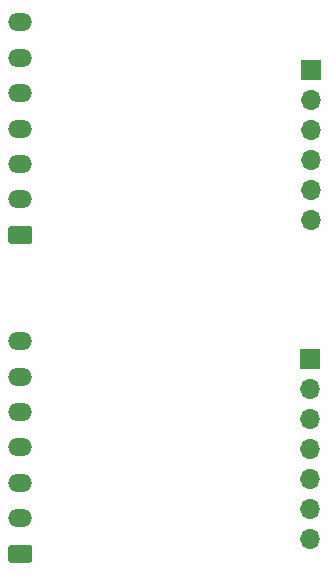
<source format=gbr>
G04 #@! TF.GenerationSoftware,KiCad,Pcbnew,(5.1.4)-1*
G04 #@! TF.CreationDate,2019-11-16T16:56:25-06:00*
G04 #@! TF.ProjectId,ScrutineeringBoard,53637275-7469-46e6-9565-72696e67426f,rev?*
G04 #@! TF.SameCoordinates,Original*
G04 #@! TF.FileFunction,Copper,L2,Bot*
G04 #@! TF.FilePolarity,Positive*
%FSLAX46Y46*%
G04 Gerber Fmt 4.6, Leading zero omitted, Abs format (unit mm)*
G04 Created by KiCad (PCBNEW (5.1.4)-1) date 2019-11-16 16:56:25*
%MOMM*%
%LPD*%
G04 APERTURE LIST*
%ADD10O,1.700000X1.700000*%
%ADD11R,1.700000X1.700000*%
%ADD12O,2.020000X1.500000*%
%ADD13C,0.100000*%
%ADD14C,1.500000*%
G04 APERTURE END LIST*
D10*
X154500000Y-141740000D03*
X154500000Y-139200000D03*
X154500000Y-136660000D03*
X154500000Y-134120000D03*
X154500000Y-131580000D03*
X154500000Y-129040000D03*
D11*
X154500000Y-126500000D03*
D10*
X154570000Y-114700000D03*
X154570000Y-112160000D03*
X154570000Y-109620000D03*
X154570000Y-107080000D03*
X154570000Y-104540000D03*
D11*
X154570000Y-102000000D03*
D12*
X130000000Y-125000000D03*
X130000000Y-128000000D03*
X130000000Y-131000000D03*
X130000000Y-134000000D03*
X130000000Y-137000000D03*
X130000000Y-140000000D03*
D13*
G36*
X130784504Y-142251204D02*
G01*
X130808773Y-142254804D01*
X130832571Y-142260765D01*
X130855671Y-142269030D01*
X130877849Y-142279520D01*
X130898893Y-142292133D01*
X130918598Y-142306747D01*
X130936777Y-142323223D01*
X130953253Y-142341402D01*
X130967867Y-142361107D01*
X130980480Y-142382151D01*
X130990970Y-142404329D01*
X130999235Y-142427429D01*
X131005196Y-142451227D01*
X131008796Y-142475496D01*
X131010000Y-142500000D01*
X131010000Y-143500000D01*
X131008796Y-143524504D01*
X131005196Y-143548773D01*
X130999235Y-143572571D01*
X130990970Y-143595671D01*
X130980480Y-143617849D01*
X130967867Y-143638893D01*
X130953253Y-143658598D01*
X130936777Y-143676777D01*
X130918598Y-143693253D01*
X130898893Y-143707867D01*
X130877849Y-143720480D01*
X130855671Y-143730970D01*
X130832571Y-143739235D01*
X130808773Y-143745196D01*
X130784504Y-143748796D01*
X130760000Y-143750000D01*
X129240000Y-143750000D01*
X129215496Y-143748796D01*
X129191227Y-143745196D01*
X129167429Y-143739235D01*
X129144329Y-143730970D01*
X129122151Y-143720480D01*
X129101107Y-143707867D01*
X129081402Y-143693253D01*
X129063223Y-143676777D01*
X129046747Y-143658598D01*
X129032133Y-143638893D01*
X129019520Y-143617849D01*
X129009030Y-143595671D01*
X129000765Y-143572571D01*
X128994804Y-143548773D01*
X128991204Y-143524504D01*
X128990000Y-143500000D01*
X128990000Y-142500000D01*
X128991204Y-142475496D01*
X128994804Y-142451227D01*
X129000765Y-142427429D01*
X129009030Y-142404329D01*
X129019520Y-142382151D01*
X129032133Y-142361107D01*
X129046747Y-142341402D01*
X129063223Y-142323223D01*
X129081402Y-142306747D01*
X129101107Y-142292133D01*
X129122151Y-142279520D01*
X129144329Y-142269030D01*
X129167429Y-142260765D01*
X129191227Y-142254804D01*
X129215496Y-142251204D01*
X129240000Y-142250000D01*
X130760000Y-142250000D01*
X130784504Y-142251204D01*
X130784504Y-142251204D01*
G37*
D14*
X130000000Y-143000000D03*
D12*
X130000000Y-98000000D03*
X130000000Y-101000000D03*
X130000000Y-104000000D03*
X130000000Y-107000000D03*
X130000000Y-110000000D03*
X130000000Y-113000000D03*
D13*
G36*
X130784504Y-115251204D02*
G01*
X130808773Y-115254804D01*
X130832571Y-115260765D01*
X130855671Y-115269030D01*
X130877849Y-115279520D01*
X130898893Y-115292133D01*
X130918598Y-115306747D01*
X130936777Y-115323223D01*
X130953253Y-115341402D01*
X130967867Y-115361107D01*
X130980480Y-115382151D01*
X130990970Y-115404329D01*
X130999235Y-115427429D01*
X131005196Y-115451227D01*
X131008796Y-115475496D01*
X131010000Y-115500000D01*
X131010000Y-116500000D01*
X131008796Y-116524504D01*
X131005196Y-116548773D01*
X130999235Y-116572571D01*
X130990970Y-116595671D01*
X130980480Y-116617849D01*
X130967867Y-116638893D01*
X130953253Y-116658598D01*
X130936777Y-116676777D01*
X130918598Y-116693253D01*
X130898893Y-116707867D01*
X130877849Y-116720480D01*
X130855671Y-116730970D01*
X130832571Y-116739235D01*
X130808773Y-116745196D01*
X130784504Y-116748796D01*
X130760000Y-116750000D01*
X129240000Y-116750000D01*
X129215496Y-116748796D01*
X129191227Y-116745196D01*
X129167429Y-116739235D01*
X129144329Y-116730970D01*
X129122151Y-116720480D01*
X129101107Y-116707867D01*
X129081402Y-116693253D01*
X129063223Y-116676777D01*
X129046747Y-116658598D01*
X129032133Y-116638893D01*
X129019520Y-116617849D01*
X129009030Y-116595671D01*
X129000765Y-116572571D01*
X128994804Y-116548773D01*
X128991204Y-116524504D01*
X128990000Y-116500000D01*
X128990000Y-115500000D01*
X128991204Y-115475496D01*
X128994804Y-115451227D01*
X129000765Y-115427429D01*
X129009030Y-115404329D01*
X129019520Y-115382151D01*
X129032133Y-115361107D01*
X129046747Y-115341402D01*
X129063223Y-115323223D01*
X129081402Y-115306747D01*
X129101107Y-115292133D01*
X129122151Y-115279520D01*
X129144329Y-115269030D01*
X129167429Y-115260765D01*
X129191227Y-115254804D01*
X129215496Y-115251204D01*
X129240000Y-115250000D01*
X130760000Y-115250000D01*
X130784504Y-115251204D01*
X130784504Y-115251204D01*
G37*
D14*
X130000000Y-116000000D03*
M02*

</source>
